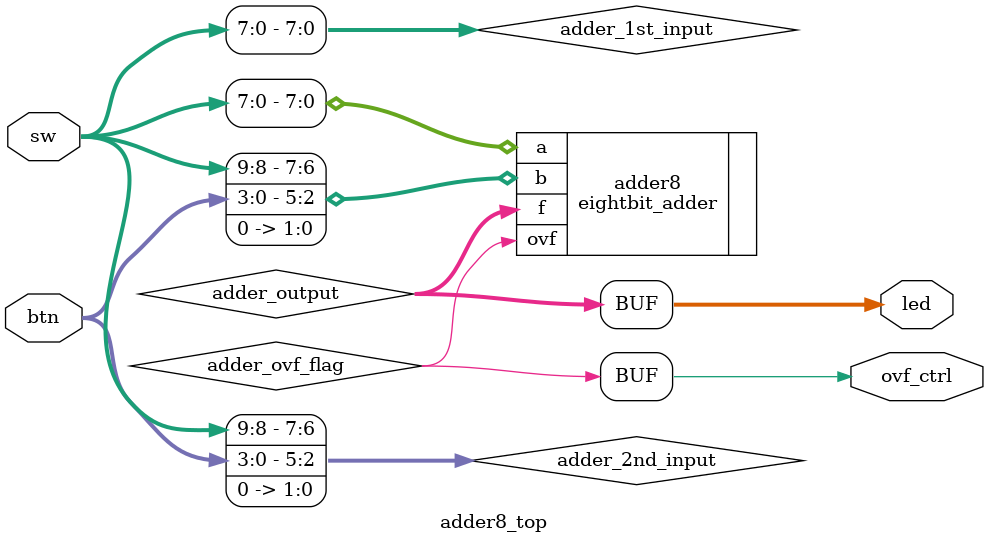
<source format=v>
`timescale 1ns / 10ps


module adder8_top(
	//Inputs to test the adder
	input wire [9:0] sw , //add-on board sw[7:0], pynq switches sw[9:8] 
	input wire [3:0] btn, //pynq btns
	//Output the result using leds
	output wire [7:0] led, // add-on board led[5:0], + LD0, LD1
	output wire ovf_ctrl   // LD3
);

	wire [7:0] adder_1st_input, adder_2nd_input;
	wire [7:0] adder_output;
	wire       adder_ovf_flag;
    
    // Set the 8-bit adder inputs 
    assign adder_1st_input = sw[7:0];  // 8 add-on board switches
    assign adder_2nd_input = {sw[9:8], btn[3:0], 2'b00}; // pynq sws and btns

	// 8-bit adder outputs
    assign led = adder_output;
    assign ovf_ctrl = adder_ovf_flag;
    
	// instantiate the 8-bit adder
    eightbit_adder adder8 (
        .a(adder_1st_input),
        .b(adder_2nd_input),
        .f(adder_output),
        .ovf(adder_ovf_flag)
        );        
        
endmodule
</source>
